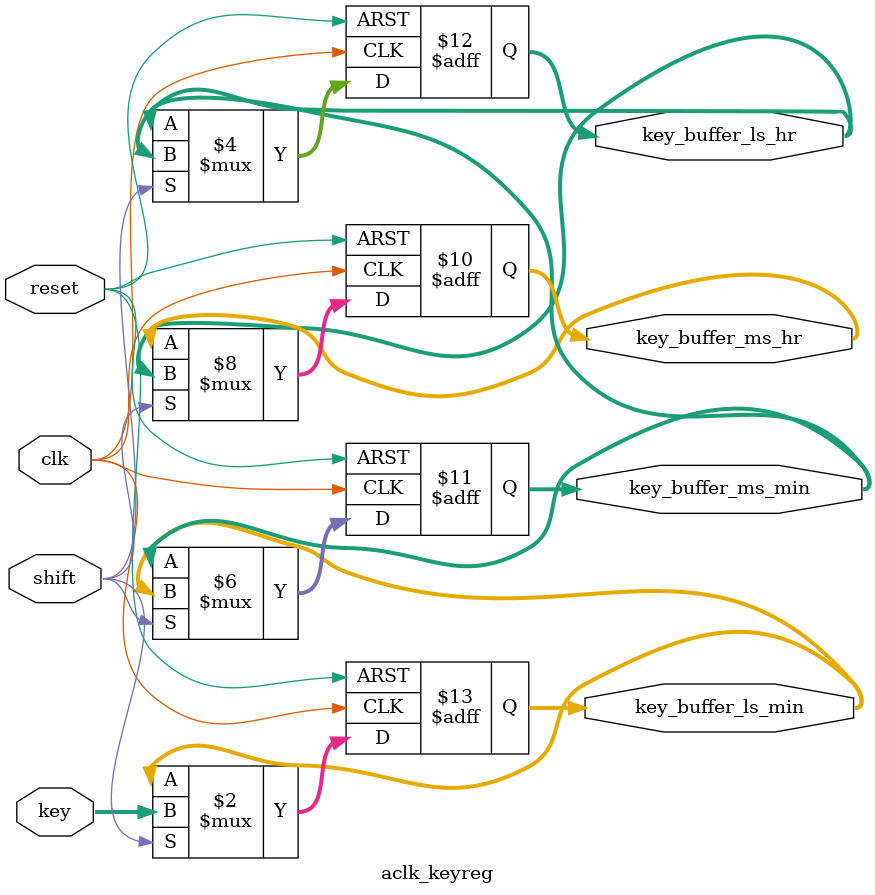
<source format=v>
module aclk_keyreg(clk,reset,key,shift,
                   key_buffer_ms_hr,key_buffer_ms_min,key_buffer_ls_hr,key_buffer_ls_min);
 input clk,reset,shift;
 input[3:0] key;
 output reg[3:0] key_buffer_ms_hr,key_buffer_ms_min,key_buffer_ls_hr,key_buffer_ls_min;
 
 always@(posedge clk or posedge reset)
  begin
   if(reset)
    begin
     key_buffer_ms_hr<=0;
     key_buffer_ms_min<=0;
     key_buffer_ls_hr<=0;
     key_buffer_ls_min<=0;
    end
   else
    begin    
     if(shift)
      begin
       key_buffer_ms_hr<=key_buffer_ls_hr;
       key_buffer_ls_hr<=key_buffer_ms_min;
       key_buffer_ms_min<=key_buffer_ls_min;
       key_buffer_ls_min<=key;
      end
    end
  end 
endmodule   

</source>
